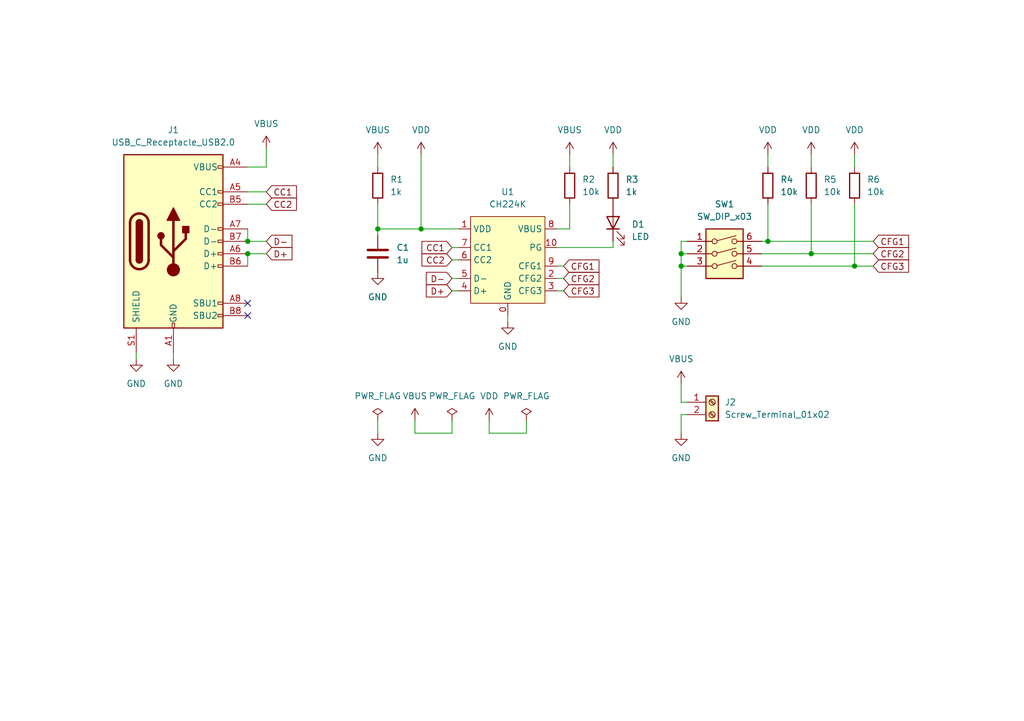
<source format=kicad_sch>
(kicad_sch (version 20211123) (generator eeschema)

  (uuid 04e9bca6-bd6c-45a1-a801-029ccfef9500)

  (paper "A5")

  (lib_symbols
    (symbol "Connector:Screw_Terminal_01x02" (pin_names (offset 1.016) hide) (in_bom yes) (on_board yes)
      (property "Reference" "J" (id 0) (at 0 2.54 0)
        (effects (font (size 1.27 1.27)))
      )
      (property "Value" "Screw_Terminal_01x02" (id 1) (at 0 -5.08 0)
        (effects (font (size 1.27 1.27)))
      )
      (property "Footprint" "" (id 2) (at 0 0 0)
        (effects (font (size 1.27 1.27)) hide)
      )
      (property "Datasheet" "~" (id 3) (at 0 0 0)
        (effects (font (size 1.27 1.27)) hide)
      )
      (property "ki_keywords" "screw terminal" (id 4) (at 0 0 0)
        (effects (font (size 1.27 1.27)) hide)
      )
      (property "ki_description" "Generic screw terminal, single row, 01x02, script generated (kicad-library-utils/schlib/autogen/connector/)" (id 5) (at 0 0 0)
        (effects (font (size 1.27 1.27)) hide)
      )
      (property "ki_fp_filters" "TerminalBlock*:*" (id 6) (at 0 0 0)
        (effects (font (size 1.27 1.27)) hide)
      )
      (symbol "Screw_Terminal_01x02_1_1"
        (rectangle (start -1.27 1.27) (end 1.27 -3.81)
          (stroke (width 0.254) (type default) (color 0 0 0 0))
          (fill (type background))
        )
        (circle (center 0 -2.54) (radius 0.635)
          (stroke (width 0.1524) (type default) (color 0 0 0 0))
          (fill (type none))
        )
        (polyline
          (pts
            (xy -0.5334 -2.2098)
            (xy 0.3302 -3.048)
          )
          (stroke (width 0.1524) (type default) (color 0 0 0 0))
          (fill (type none))
        )
        (polyline
          (pts
            (xy -0.5334 0.3302)
            (xy 0.3302 -0.508)
          )
          (stroke (width 0.1524) (type default) (color 0 0 0 0))
          (fill (type none))
        )
        (polyline
          (pts
            (xy -0.3556 -2.032)
            (xy 0.508 -2.8702)
          )
          (stroke (width 0.1524) (type default) (color 0 0 0 0))
          (fill (type none))
        )
        (polyline
          (pts
            (xy -0.3556 0.508)
            (xy 0.508 -0.3302)
          )
          (stroke (width 0.1524) (type default) (color 0 0 0 0))
          (fill (type none))
        )
        (circle (center 0 0) (radius 0.635)
          (stroke (width 0.1524) (type default) (color 0 0 0 0))
          (fill (type none))
        )
        (pin passive line (at -5.08 0 0) (length 3.81)
          (name "Pin_1" (effects (font (size 1.27 1.27))))
          (number "1" (effects (font (size 1.27 1.27))))
        )
        (pin passive line (at -5.08 -2.54 0) (length 3.81)
          (name "Pin_2" (effects (font (size 1.27 1.27))))
          (number "2" (effects (font (size 1.27 1.27))))
        )
      )
    )
    (symbol "Connector:USB_C_Receptacle_USB2.0" (pin_names (offset 1.016)) (in_bom yes) (on_board yes)
      (property "Reference" "J" (id 0) (at -10.16 19.05 0)
        (effects (font (size 1.27 1.27)) (justify left))
      )
      (property "Value" "USB_C_Receptacle_USB2.0" (id 1) (at 19.05 19.05 0)
        (effects (font (size 1.27 1.27)) (justify right))
      )
      (property "Footprint" "" (id 2) (at 3.81 0 0)
        (effects (font (size 1.27 1.27)) hide)
      )
      (property "Datasheet" "https://www.usb.org/sites/default/files/documents/usb_type-c.zip" (id 3) (at 3.81 0 0)
        (effects (font (size 1.27 1.27)) hide)
      )
      (property "ki_keywords" "usb universal serial bus type-C USB2.0" (id 4) (at 0 0 0)
        (effects (font (size 1.27 1.27)) hide)
      )
      (property "ki_description" "USB 2.0-only Type-C Receptacle connector" (id 5) (at 0 0 0)
        (effects (font (size 1.27 1.27)) hide)
      )
      (property "ki_fp_filters" "USB*C*Receptacle*" (id 6) (at 0 0 0)
        (effects (font (size 1.27 1.27)) hide)
      )
      (symbol "USB_C_Receptacle_USB2.0_0_0"
        (rectangle (start -0.254 -17.78) (end 0.254 -16.764)
          (stroke (width 0) (type default) (color 0 0 0 0))
          (fill (type none))
        )
        (rectangle (start 10.16 -14.986) (end 9.144 -15.494)
          (stroke (width 0) (type default) (color 0 0 0 0))
          (fill (type none))
        )
        (rectangle (start 10.16 -12.446) (end 9.144 -12.954)
          (stroke (width 0) (type default) (color 0 0 0 0))
          (fill (type none))
        )
        (rectangle (start 10.16 -4.826) (end 9.144 -5.334)
          (stroke (width 0) (type default) (color 0 0 0 0))
          (fill (type none))
        )
        (rectangle (start 10.16 -2.286) (end 9.144 -2.794)
          (stroke (width 0) (type default) (color 0 0 0 0))
          (fill (type none))
        )
        (rectangle (start 10.16 0.254) (end 9.144 -0.254)
          (stroke (width 0) (type default) (color 0 0 0 0))
          (fill (type none))
        )
        (rectangle (start 10.16 2.794) (end 9.144 2.286)
          (stroke (width 0) (type default) (color 0 0 0 0))
          (fill (type none))
        )
        (rectangle (start 10.16 7.874) (end 9.144 7.366)
          (stroke (width 0) (type default) (color 0 0 0 0))
          (fill (type none))
        )
        (rectangle (start 10.16 10.414) (end 9.144 9.906)
          (stroke (width 0) (type default) (color 0 0 0 0))
          (fill (type none))
        )
        (rectangle (start 10.16 15.494) (end 9.144 14.986)
          (stroke (width 0) (type default) (color 0 0 0 0))
          (fill (type none))
        )
      )
      (symbol "USB_C_Receptacle_USB2.0_0_1"
        (rectangle (start -10.16 17.78) (end 10.16 -17.78)
          (stroke (width 0.254) (type default) (color 0 0 0 0))
          (fill (type background))
        )
        (arc (start -8.89 -3.81) (mid -6.985 -5.715) (end -5.08 -3.81)
          (stroke (width 0.508) (type default) (color 0 0 0 0))
          (fill (type none))
        )
        (arc (start -7.62 -3.81) (mid -6.985 -4.445) (end -6.35 -3.81)
          (stroke (width 0.254) (type default) (color 0 0 0 0))
          (fill (type none))
        )
        (arc (start -7.62 -3.81) (mid -6.985 -4.445) (end -6.35 -3.81)
          (stroke (width 0.254) (type default) (color 0 0 0 0))
          (fill (type outline))
        )
        (rectangle (start -7.62 -3.81) (end -6.35 3.81)
          (stroke (width 0.254) (type default) (color 0 0 0 0))
          (fill (type outline))
        )
        (arc (start -6.35 3.81) (mid -6.985 4.445) (end -7.62 3.81)
          (stroke (width 0.254) (type default) (color 0 0 0 0))
          (fill (type none))
        )
        (arc (start -6.35 3.81) (mid -6.985 4.445) (end -7.62 3.81)
          (stroke (width 0.254) (type default) (color 0 0 0 0))
          (fill (type outline))
        )
        (arc (start -5.08 3.81) (mid -6.985 5.715) (end -8.89 3.81)
          (stroke (width 0.508) (type default) (color 0 0 0 0))
          (fill (type none))
        )
        (circle (center -2.54 1.143) (radius 0.635)
          (stroke (width 0.254) (type default) (color 0 0 0 0))
          (fill (type outline))
        )
        (circle (center 0 -5.842) (radius 1.27)
          (stroke (width 0) (type default) (color 0 0 0 0))
          (fill (type outline))
        )
        (polyline
          (pts
            (xy -8.89 -3.81)
            (xy -8.89 3.81)
          )
          (stroke (width 0.508) (type default) (color 0 0 0 0))
          (fill (type none))
        )
        (polyline
          (pts
            (xy -5.08 3.81)
            (xy -5.08 -3.81)
          )
          (stroke (width 0.508) (type default) (color 0 0 0 0))
          (fill (type none))
        )
        (polyline
          (pts
            (xy 0 -5.842)
            (xy 0 4.318)
          )
          (stroke (width 0.508) (type default) (color 0 0 0 0))
          (fill (type none))
        )
        (polyline
          (pts
            (xy 0 -3.302)
            (xy -2.54 -0.762)
            (xy -2.54 0.508)
          )
          (stroke (width 0.508) (type default) (color 0 0 0 0))
          (fill (type none))
        )
        (polyline
          (pts
            (xy 0 -2.032)
            (xy 2.54 0.508)
            (xy 2.54 1.778)
          )
          (stroke (width 0.508) (type default) (color 0 0 0 0))
          (fill (type none))
        )
        (polyline
          (pts
            (xy -1.27 4.318)
            (xy 0 6.858)
            (xy 1.27 4.318)
            (xy -1.27 4.318)
          )
          (stroke (width 0.254) (type default) (color 0 0 0 0))
          (fill (type outline))
        )
        (rectangle (start 1.905 1.778) (end 3.175 3.048)
          (stroke (width 0.254) (type default) (color 0 0 0 0))
          (fill (type outline))
        )
      )
      (symbol "USB_C_Receptacle_USB2.0_1_1"
        (pin passive line (at 0 -22.86 90) (length 5.08)
          (name "GND" (effects (font (size 1.27 1.27))))
          (number "A1" (effects (font (size 1.27 1.27))))
        )
        (pin passive line (at 0 -22.86 90) (length 5.08) hide
          (name "GND" (effects (font (size 1.27 1.27))))
          (number "A12" (effects (font (size 1.27 1.27))))
        )
        (pin passive line (at 15.24 15.24 180) (length 5.08)
          (name "VBUS" (effects (font (size 1.27 1.27))))
          (number "A4" (effects (font (size 1.27 1.27))))
        )
        (pin bidirectional line (at 15.24 10.16 180) (length 5.08)
          (name "CC1" (effects (font (size 1.27 1.27))))
          (number "A5" (effects (font (size 1.27 1.27))))
        )
        (pin bidirectional line (at 15.24 -2.54 180) (length 5.08)
          (name "D+" (effects (font (size 1.27 1.27))))
          (number "A6" (effects (font (size 1.27 1.27))))
        )
        (pin bidirectional line (at 15.24 2.54 180) (length 5.08)
          (name "D-" (effects (font (size 1.27 1.27))))
          (number "A7" (effects (font (size 1.27 1.27))))
        )
        (pin bidirectional line (at 15.24 -12.7 180) (length 5.08)
          (name "SBU1" (effects (font (size 1.27 1.27))))
          (number "A8" (effects (font (size 1.27 1.27))))
        )
        (pin passive line (at 15.24 15.24 180) (length 5.08) hide
          (name "VBUS" (effects (font (size 1.27 1.27))))
          (number "A9" (effects (font (size 1.27 1.27))))
        )
        (pin passive line (at 0 -22.86 90) (length 5.08) hide
          (name "GND" (effects (font (size 1.27 1.27))))
          (number "B1" (effects (font (size 1.27 1.27))))
        )
        (pin passive line (at 0 -22.86 90) (length 5.08) hide
          (name "GND" (effects (font (size 1.27 1.27))))
          (number "B12" (effects (font (size 1.27 1.27))))
        )
        (pin passive line (at 15.24 15.24 180) (length 5.08) hide
          (name "VBUS" (effects (font (size 1.27 1.27))))
          (number "B4" (effects (font (size 1.27 1.27))))
        )
        (pin bidirectional line (at 15.24 7.62 180) (length 5.08)
          (name "CC2" (effects (font (size 1.27 1.27))))
          (number "B5" (effects (font (size 1.27 1.27))))
        )
        (pin bidirectional line (at 15.24 -5.08 180) (length 5.08)
          (name "D+" (effects (font (size 1.27 1.27))))
          (number "B6" (effects (font (size 1.27 1.27))))
        )
        (pin bidirectional line (at 15.24 0 180) (length 5.08)
          (name "D-" (effects (font (size 1.27 1.27))))
          (number "B7" (effects (font (size 1.27 1.27))))
        )
        (pin bidirectional line (at 15.24 -15.24 180) (length 5.08)
          (name "SBU2" (effects (font (size 1.27 1.27))))
          (number "B8" (effects (font (size 1.27 1.27))))
        )
        (pin passive line (at 15.24 15.24 180) (length 5.08) hide
          (name "VBUS" (effects (font (size 1.27 1.27))))
          (number "B9" (effects (font (size 1.27 1.27))))
        )
        (pin passive line (at -7.62 -22.86 90) (length 5.08)
          (name "SHIELD" (effects (font (size 1.27 1.27))))
          (number "S1" (effects (font (size 1.27 1.27))))
        )
      )
    )
    (symbol "Device:C" (pin_numbers hide) (pin_names (offset 0.254)) (in_bom yes) (on_board yes)
      (property "Reference" "C" (id 0) (at 0.635 2.54 0)
        (effects (font (size 1.27 1.27)) (justify left))
      )
      (property "Value" "C" (id 1) (at 0.635 -2.54 0)
        (effects (font (size 1.27 1.27)) (justify left))
      )
      (property "Footprint" "" (id 2) (at 0.9652 -3.81 0)
        (effects (font (size 1.27 1.27)) hide)
      )
      (property "Datasheet" "~" (id 3) (at 0 0 0)
        (effects (font (size 1.27 1.27)) hide)
      )
      (property "ki_keywords" "cap capacitor" (id 4) (at 0 0 0)
        (effects (font (size 1.27 1.27)) hide)
      )
      (property "ki_description" "Unpolarized capacitor" (id 5) (at 0 0 0)
        (effects (font (size 1.27 1.27)) hide)
      )
      (property "ki_fp_filters" "C_*" (id 6) (at 0 0 0)
        (effects (font (size 1.27 1.27)) hide)
      )
      (symbol "C_0_1"
        (polyline
          (pts
            (xy -2.032 -0.762)
            (xy 2.032 -0.762)
          )
          (stroke (width 0.508) (type default) (color 0 0 0 0))
          (fill (type none))
        )
        (polyline
          (pts
            (xy -2.032 0.762)
            (xy 2.032 0.762)
          )
          (stroke (width 0.508) (type default) (color 0 0 0 0))
          (fill (type none))
        )
      )
      (symbol "C_1_1"
        (pin passive line (at 0 3.81 270) (length 2.794)
          (name "~" (effects (font (size 1.27 1.27))))
          (number "1" (effects (font (size 1.27 1.27))))
        )
        (pin passive line (at 0 -3.81 90) (length 2.794)
          (name "~" (effects (font (size 1.27 1.27))))
          (number "2" (effects (font (size 1.27 1.27))))
        )
      )
    )
    (symbol "Device:LED" (pin_numbers hide) (pin_names (offset 1.016) hide) (in_bom yes) (on_board yes)
      (property "Reference" "D" (id 0) (at 0 2.54 0)
        (effects (font (size 1.27 1.27)))
      )
      (property "Value" "LED" (id 1) (at 0 -2.54 0)
        (effects (font (size 1.27 1.27)))
      )
      (property "Footprint" "" (id 2) (at 0 0 0)
        (effects (font (size 1.27 1.27)) hide)
      )
      (property "Datasheet" "~" (id 3) (at 0 0 0)
        (effects (font (size 1.27 1.27)) hide)
      )
      (property "ki_keywords" "LED diode" (id 4) (at 0 0 0)
        (effects (font (size 1.27 1.27)) hide)
      )
      (property "ki_description" "Light emitting diode" (id 5) (at 0 0 0)
        (effects (font (size 1.27 1.27)) hide)
      )
      (property "ki_fp_filters" "LED* LED_SMD:* LED_THT:*" (id 6) (at 0 0 0)
        (effects (font (size 1.27 1.27)) hide)
      )
      (symbol "LED_0_1"
        (polyline
          (pts
            (xy -1.27 -1.27)
            (xy -1.27 1.27)
          )
          (stroke (width 0.254) (type default) (color 0 0 0 0))
          (fill (type none))
        )
        (polyline
          (pts
            (xy -1.27 0)
            (xy 1.27 0)
          )
          (stroke (width 0) (type default) (color 0 0 0 0))
          (fill (type none))
        )
        (polyline
          (pts
            (xy 1.27 -1.27)
            (xy 1.27 1.27)
            (xy -1.27 0)
            (xy 1.27 -1.27)
          )
          (stroke (width 0.254) (type default) (color 0 0 0 0))
          (fill (type none))
        )
        (polyline
          (pts
            (xy -3.048 -0.762)
            (xy -4.572 -2.286)
            (xy -3.81 -2.286)
            (xy -4.572 -2.286)
            (xy -4.572 -1.524)
          )
          (stroke (width 0) (type default) (color 0 0 0 0))
          (fill (type none))
        )
        (polyline
          (pts
            (xy -1.778 -0.762)
            (xy -3.302 -2.286)
            (xy -2.54 -2.286)
            (xy -3.302 -2.286)
            (xy -3.302 -1.524)
          )
          (stroke (width 0) (type default) (color 0 0 0 0))
          (fill (type none))
        )
      )
      (symbol "LED_1_1"
        (pin passive line (at -3.81 0 0) (length 2.54)
          (name "K" (effects (font (size 1.27 1.27))))
          (number "1" (effects (font (size 1.27 1.27))))
        )
        (pin passive line (at 3.81 0 180) (length 2.54)
          (name "A" (effects (font (size 1.27 1.27))))
          (number "2" (effects (font (size 1.27 1.27))))
        )
      )
    )
    (symbol "Device:R" (pin_numbers hide) (pin_names (offset 0)) (in_bom yes) (on_board yes)
      (property "Reference" "R" (id 0) (at 2.032 0 90)
        (effects (font (size 1.27 1.27)))
      )
      (property "Value" "R" (id 1) (at 0 0 90)
        (effects (font (size 1.27 1.27)))
      )
      (property "Footprint" "" (id 2) (at -1.778 0 90)
        (effects (font (size 1.27 1.27)) hide)
      )
      (property "Datasheet" "~" (id 3) (at 0 0 0)
        (effects (font (size 1.27 1.27)) hide)
      )
      (property "ki_keywords" "R res resistor" (id 4) (at 0 0 0)
        (effects (font (size 1.27 1.27)) hide)
      )
      (property "ki_description" "Resistor" (id 5) (at 0 0 0)
        (effects (font (size 1.27 1.27)) hide)
      )
      (property "ki_fp_filters" "R_*" (id 6) (at 0 0 0)
        (effects (font (size 1.27 1.27)) hide)
      )
      (symbol "R_0_1"
        (rectangle (start -1.016 -2.54) (end 1.016 2.54)
          (stroke (width 0.254) (type default) (color 0 0 0 0))
          (fill (type none))
        )
      )
      (symbol "R_1_1"
        (pin passive line (at 0 3.81 270) (length 1.27)
          (name "~" (effects (font (size 1.27 1.27))))
          (number "1" (effects (font (size 1.27 1.27))))
        )
        (pin passive line (at 0 -3.81 90) (length 1.27)
          (name "~" (effects (font (size 1.27 1.27))))
          (number "2" (effects (font (size 1.27 1.27))))
        )
      )
    )
    (symbol "Switch:SW_DIP_x03" (pin_names (offset 0) hide) (in_bom yes) (on_board yes)
      (property "Reference" "SW" (id 0) (at 0 8.89 0)
        (effects (font (size 1.27 1.27)))
      )
      (property "Value" "SW_DIP_x03" (id 1) (at 0 -3.81 0)
        (effects (font (size 1.27 1.27)))
      )
      (property "Footprint" "" (id 2) (at 0 0 0)
        (effects (font (size 1.27 1.27)) hide)
      )
      (property "Datasheet" "~" (id 3) (at 0 0 0)
        (effects (font (size 1.27 1.27)) hide)
      )
      (property "ki_keywords" "dip switch" (id 4) (at 0 0 0)
        (effects (font (size 1.27 1.27)) hide)
      )
      (property "ki_description" "3x DIP Switch, Single Pole Single Throw (SPST) switch, small symbol" (id 5) (at 0 0 0)
        (effects (font (size 1.27 1.27)) hide)
      )
      (property "ki_fp_filters" "SW?DIP?x3*" (id 6) (at 0 0 0)
        (effects (font (size 1.27 1.27)) hide)
      )
      (symbol "SW_DIP_x03_0_0"
        (circle (center -2.032 0) (radius 0.508)
          (stroke (width 0) (type default) (color 0 0 0 0))
          (fill (type none))
        )
        (circle (center -2.032 2.54) (radius 0.508)
          (stroke (width 0) (type default) (color 0 0 0 0))
          (fill (type none))
        )
        (circle (center -2.032 5.08) (radius 0.508)
          (stroke (width 0) (type default) (color 0 0 0 0))
          (fill (type none))
        )
        (polyline
          (pts
            (xy -1.524 0.127)
            (xy 2.3622 1.1684)
          )
          (stroke (width 0) (type default) (color 0 0 0 0))
          (fill (type none))
        )
        (polyline
          (pts
            (xy -1.524 2.667)
            (xy 2.3622 3.7084)
          )
          (stroke (width 0) (type default) (color 0 0 0 0))
          (fill (type none))
        )
        (polyline
          (pts
            (xy -1.524 5.207)
            (xy 2.3622 6.2484)
          )
          (stroke (width 0) (type default) (color 0 0 0 0))
          (fill (type none))
        )
        (circle (center 2.032 0) (radius 0.508)
          (stroke (width 0) (type default) (color 0 0 0 0))
          (fill (type none))
        )
        (circle (center 2.032 2.54) (radius 0.508)
          (stroke (width 0) (type default) (color 0 0 0 0))
          (fill (type none))
        )
        (circle (center 2.032 5.08) (radius 0.508)
          (stroke (width 0) (type default) (color 0 0 0 0))
          (fill (type none))
        )
      )
      (symbol "SW_DIP_x03_0_1"
        (rectangle (start -3.81 7.62) (end 3.81 -2.54)
          (stroke (width 0.254) (type default) (color 0 0 0 0))
          (fill (type background))
        )
      )
      (symbol "SW_DIP_x03_1_1"
        (pin passive line (at -7.62 5.08 0) (length 5.08)
          (name "~" (effects (font (size 1.27 1.27))))
          (number "1" (effects (font (size 1.27 1.27))))
        )
        (pin passive line (at -7.62 2.54 0) (length 5.08)
          (name "~" (effects (font (size 1.27 1.27))))
          (number "2" (effects (font (size 1.27 1.27))))
        )
        (pin passive line (at -7.62 0 0) (length 5.08)
          (name "~" (effects (font (size 1.27 1.27))))
          (number "3" (effects (font (size 1.27 1.27))))
        )
        (pin passive line (at 7.62 0 180) (length 5.08)
          (name "~" (effects (font (size 1.27 1.27))))
          (number "4" (effects (font (size 1.27 1.27))))
        )
        (pin passive line (at 7.62 2.54 180) (length 5.08)
          (name "~" (effects (font (size 1.27 1.27))))
          (number "5" (effects (font (size 1.27 1.27))))
        )
        (pin passive line (at 7.62 5.08 180) (length 5.08)
          (name "~" (effects (font (size 1.27 1.27))))
          (number "6" (effects (font (size 1.27 1.27))))
        )
      )
    )
    (symbol "library:CH224K" (in_bom yes) (on_board yes)
      (property "Reference" "U" (id 0) (at 0 13.97 0)
        (effects (font (size 1.27 1.27)))
      )
      (property "Value" "CH224K" (id 1) (at 0 11.43 0)
        (effects (font (size 1.27 1.27)))
      )
      (property "Footprint" "library:ESSOP-10_3.9x4.9mm_P1.00mm" (id 2) (at 0 -21.59 0)
        (effects (font (size 1.27 1.27)) hide)
      )
      (property "Datasheet" "" (id 3) (at 0 1.27 0)
        (effects (font (size 1.27 1.27)) hide)
      )
      (symbol "CH224K_0_1"
        (rectangle (start -7.62 8.89) (end 7.62 -8.89)
          (stroke (width 0) (type default) (color 0 0 0 0))
          (fill (type background))
        )
      )
      (symbol "CH224K_1_1"
        (pin power_in line (at 0 -11.43 90) (length 2.54)
          (name "GND" (effects (font (size 1.27 1.27))))
          (number "0" (effects (font (size 1.27 1.27))))
        )
        (pin power_in line (at -10.16 6.35 0) (length 2.54)
          (name "VDD" (effects (font (size 1.27 1.27))))
          (number "1" (effects (font (size 1.27 1.27))))
        )
        (pin output line (at 10.16 2.54 180) (length 2.54)
          (name "PG" (effects (font (size 1.27 1.27))))
          (number "10" (effects (font (size 1.27 1.27))))
        )
        (pin input line (at 10.16 -3.81 180) (length 2.54)
          (name "CFG2" (effects (font (size 1.27 1.27))))
          (number "2" (effects (font (size 1.27 1.27))))
        )
        (pin input line (at 10.16 -6.35 180) (length 2.54)
          (name "CFG3" (effects (font (size 1.27 1.27))))
          (number "3" (effects (font (size 1.27 1.27))))
        )
        (pin bidirectional line (at -10.16 -6.35 0) (length 2.54)
          (name "D+" (effects (font (size 1.27 1.27))))
          (number "4" (effects (font (size 1.27 1.27))))
        )
        (pin bidirectional line (at -10.16 -3.81 0) (length 2.54)
          (name "D-" (effects (font (size 1.27 1.27))))
          (number "5" (effects (font (size 1.27 1.27))))
        )
        (pin bidirectional line (at -10.16 0 0) (length 2.54)
          (name "CC2" (effects (font (size 1.27 1.27))))
          (number "6" (effects (font (size 1.27 1.27))))
        )
        (pin bidirectional line (at -10.16 2.54 0) (length 2.54)
          (name "CC1" (effects (font (size 1.27 1.27))))
          (number "7" (effects (font (size 1.27 1.27))))
        )
        (pin input line (at 10.16 6.35 180) (length 2.54)
          (name "VBUS" (effects (font (size 1.27 1.27))))
          (number "8" (effects (font (size 1.27 1.27))))
        )
        (pin input line (at 10.16 -1.27 180) (length 2.54)
          (name "CFG1" (effects (font (size 1.27 1.27))))
          (number "9" (effects (font (size 1.27 1.27))))
        )
      )
    )
    (symbol "power:GND" (power) (pin_names (offset 0)) (in_bom yes) (on_board yes)
      (property "Reference" "#PWR" (id 0) (at 0 -6.35 0)
        (effects (font (size 1.27 1.27)) hide)
      )
      (property "Value" "GND" (id 1) (at 0 -3.81 0)
        (effects (font (size 1.27 1.27)))
      )
      (property "Footprint" "" (id 2) (at 0 0 0)
        (effects (font (size 1.27 1.27)) hide)
      )
      (property "Datasheet" "" (id 3) (at 0 0 0)
        (effects (font (size 1.27 1.27)) hide)
      )
      (property "ki_keywords" "power-flag" (id 4) (at 0 0 0)
        (effects (font (size 1.27 1.27)) hide)
      )
      (property "ki_description" "Power symbol creates a global label with name \"GND\" , ground" (id 5) (at 0 0 0)
        (effects (font (size 1.27 1.27)) hide)
      )
      (symbol "GND_0_1"
        (polyline
          (pts
            (xy 0 0)
            (xy 0 -1.27)
            (xy 1.27 -1.27)
            (xy 0 -2.54)
            (xy -1.27 -1.27)
            (xy 0 -1.27)
          )
          (stroke (width 0) (type default) (color 0 0 0 0))
          (fill (type none))
        )
      )
      (symbol "GND_1_1"
        (pin power_in line (at 0 0 270) (length 0) hide
          (name "GND" (effects (font (size 1.27 1.27))))
          (number "1" (effects (font (size 1.27 1.27))))
        )
      )
    )
    (symbol "power:PWR_FLAG" (power) (pin_numbers hide) (pin_names (offset 0) hide) (in_bom yes) (on_board yes)
      (property "Reference" "#FLG" (id 0) (at 0 1.905 0)
        (effects (font (size 1.27 1.27)) hide)
      )
      (property "Value" "PWR_FLAG" (id 1) (at 0 3.81 0)
        (effects (font (size 1.27 1.27)))
      )
      (property "Footprint" "" (id 2) (at 0 0 0)
        (effects (font (size 1.27 1.27)) hide)
      )
      (property "Datasheet" "~" (id 3) (at 0 0 0)
        (effects (font (size 1.27 1.27)) hide)
      )
      (property "ki_keywords" "power-flag" (id 4) (at 0 0 0)
        (effects (font (size 1.27 1.27)) hide)
      )
      (property "ki_description" "Special symbol for telling ERC where power comes from" (id 5) (at 0 0 0)
        (effects (font (size 1.27 1.27)) hide)
      )
      (symbol "PWR_FLAG_0_0"
        (pin power_out line (at 0 0 90) (length 0)
          (name "pwr" (effects (font (size 1.27 1.27))))
          (number "1" (effects (font (size 1.27 1.27))))
        )
      )
      (symbol "PWR_FLAG_0_1"
        (polyline
          (pts
            (xy 0 0)
            (xy 0 1.27)
            (xy -1.016 1.905)
            (xy 0 2.54)
            (xy 1.016 1.905)
            (xy 0 1.27)
          )
          (stroke (width 0) (type default) (color 0 0 0 0))
          (fill (type none))
        )
      )
    )
    (symbol "power:VBUS" (power) (pin_names (offset 0)) (in_bom yes) (on_board yes)
      (property "Reference" "#PWR" (id 0) (at 0 -3.81 0)
        (effects (font (size 1.27 1.27)) hide)
      )
      (property "Value" "VBUS" (id 1) (at 0 3.81 0)
        (effects (font (size 1.27 1.27)))
      )
      (property "Footprint" "" (id 2) (at 0 0 0)
        (effects (font (size 1.27 1.27)) hide)
      )
      (property "Datasheet" "" (id 3) (at 0 0 0)
        (effects (font (size 1.27 1.27)) hide)
      )
      (property "ki_keywords" "power-flag" (id 4) (at 0 0 0)
        (effects (font (size 1.27 1.27)) hide)
      )
      (property "ki_description" "Power symbol creates a global label with name \"VBUS\"" (id 5) (at 0 0 0)
        (effects (font (size 1.27 1.27)) hide)
      )
      (symbol "VBUS_0_1"
        (polyline
          (pts
            (xy -0.762 1.27)
            (xy 0 2.54)
          )
          (stroke (width 0) (type default) (color 0 0 0 0))
          (fill (type none))
        )
        (polyline
          (pts
            (xy 0 0)
            (xy 0 2.54)
          )
          (stroke (width 0) (type default) (color 0 0 0 0))
          (fill (type none))
        )
        (polyline
          (pts
            (xy 0 2.54)
            (xy 0.762 1.27)
          )
          (stroke (width 0) (type default) (color 0 0 0 0))
          (fill (type none))
        )
      )
      (symbol "VBUS_1_1"
        (pin power_in line (at 0 0 90) (length 0) hide
          (name "VBUS" (effects (font (size 1.27 1.27))))
          (number "1" (effects (font (size 1.27 1.27))))
        )
      )
    )
    (symbol "power:VDD" (power) (pin_names (offset 0)) (in_bom yes) (on_board yes)
      (property "Reference" "#PWR" (id 0) (at 0 -3.81 0)
        (effects (font (size 1.27 1.27)) hide)
      )
      (property "Value" "VDD" (id 1) (at 0 3.81 0)
        (effects (font (size 1.27 1.27)))
      )
      (property "Footprint" "" (id 2) (at 0 0 0)
        (effects (font (size 1.27 1.27)) hide)
      )
      (property "Datasheet" "" (id 3) (at 0 0 0)
        (effects (font (size 1.27 1.27)) hide)
      )
      (property "ki_keywords" "power-flag" (id 4) (at 0 0 0)
        (effects (font (size 1.27 1.27)) hide)
      )
      (property "ki_description" "Power symbol creates a global label with name \"VDD\"" (id 5) (at 0 0 0)
        (effects (font (size 1.27 1.27)) hide)
      )
      (symbol "VDD_0_1"
        (polyline
          (pts
            (xy -0.762 1.27)
            (xy 0 2.54)
          )
          (stroke (width 0) (type default) (color 0 0 0 0))
          (fill (type none))
        )
        (polyline
          (pts
            (xy 0 0)
            (xy 0 2.54)
          )
          (stroke (width 0) (type default) (color 0 0 0 0))
          (fill (type none))
        )
        (polyline
          (pts
            (xy 0 2.54)
            (xy 0.762 1.27)
          )
          (stroke (width 0) (type default) (color 0 0 0 0))
          (fill (type none))
        )
      )
      (symbol "VDD_1_1"
        (pin power_in line (at 0 0 90) (length 0) hide
          (name "VDD" (effects (font (size 1.27 1.27))))
          (number "1" (effects (font (size 1.27 1.27))))
        )
      )
    )
  )

  (junction (at 157.48 49.53) (diameter 0) (color 0 0 0 0)
    (uuid 1396f1ba-4825-4bfd-9f44-9fe09d5a2cad)
  )
  (junction (at 166.37 52.07) (diameter 0) (color 0 0 0 0)
    (uuid 3425d922-67f4-424f-b27f-885f176bc63e)
  )
  (junction (at 139.7 52.07) (diameter 0) (color 0 0 0 0)
    (uuid 3f1f72bf-9aab-4450-bd98-343e2345ee80)
  )
  (junction (at 139.7 54.61) (diameter 0) (color 0 0 0 0)
    (uuid 4f360a5d-951f-4776-97c6-bb803d19b348)
  )
  (junction (at 77.47 46.99) (diameter 0) (color 0 0 0 0)
    (uuid 701a950c-2271-4534-abc7-cc03840b4d4b)
  )
  (junction (at 50.8 52.07) (diameter 0) (color 0 0 0 0)
    (uuid ae92902d-5a8d-4c4d-b892-e788843eceb0)
  )
  (junction (at 86.36 46.99) (diameter 0) (color 0 0 0 0)
    (uuid bfa57675-f233-4fd6-95ff-52b50e004b8e)
  )
  (junction (at 175.26 54.61) (diameter 0) (color 0 0 0 0)
    (uuid ee2e9af1-433c-42ab-b707-bc266fdeac3e)
  )
  (junction (at 50.8 49.53) (diameter 0) (color 0 0 0 0)
    (uuid f1449c11-8389-4536-8987-24ac142d51ce)
  )

  (no_connect (at 50.8 64.77) (uuid 496876ad-9dce-4b2d-b0b7-3ccba4ad2007))
  (no_connect (at 50.8 62.23) (uuid c0123dc4-30ae-42af-9627-d1c826973bd7))

  (wire (pts (xy 139.7 54.61) (xy 139.7 52.07))
    (stroke (width 0) (type default) (color 0 0 0 0))
    (uuid 0c3bdcc0-208d-4b9c-bd59-67bccac044bc)
  )
  (wire (pts (xy 125.73 31.75) (xy 125.73 34.29))
    (stroke (width 0) (type default) (color 0 0 0 0))
    (uuid 0e53ab48-59be-401f-bc33-dc949c8e498d)
  )
  (wire (pts (xy 50.8 52.07) (xy 54.61 52.07))
    (stroke (width 0) (type default) (color 0 0 0 0))
    (uuid 1a7edec4-3039-42b7-bbef-4cfb997b20a2)
  )
  (wire (pts (xy 116.84 46.99) (xy 114.3 46.99))
    (stroke (width 0) (type default) (color 0 0 0 0))
    (uuid 232565a8-fff9-4e69-8d06-a296b8b5a111)
  )
  (wire (pts (xy 139.7 54.61) (xy 139.7 60.96))
    (stroke (width 0) (type default) (color 0 0 0 0))
    (uuid 2b079b61-cbbe-45e4-a5ae-465befeb8809)
  )
  (wire (pts (xy 157.48 31.75) (xy 157.48 34.29))
    (stroke (width 0) (type default) (color 0 0 0 0))
    (uuid 2dad4b3d-ae50-4169-97c3-fb6f3665dda0)
  )
  (wire (pts (xy 140.97 54.61) (xy 139.7 54.61))
    (stroke (width 0) (type default) (color 0 0 0 0))
    (uuid 2ed123ab-d904-417e-bb25-e65227de7d1c)
  )
  (wire (pts (xy 116.84 31.75) (xy 116.84 34.29))
    (stroke (width 0) (type default) (color 0 0 0 0))
    (uuid 2f780333-916c-41c3-b711-2447055aa54a)
  )
  (wire (pts (xy 100.33 86.36) (xy 100.33 88.9))
    (stroke (width 0) (type default) (color 0 0 0 0))
    (uuid 39f4fd34-9814-40d9-8df1-9778bd5b2f59)
  )
  (wire (pts (xy 139.7 52.07) (xy 140.97 52.07))
    (stroke (width 0) (type default) (color 0 0 0 0))
    (uuid 3f36e5ed-fa17-4fac-9d15-c19fd9c07bfa)
  )
  (wire (pts (xy 77.47 86.36) (xy 77.47 88.9))
    (stroke (width 0) (type default) (color 0 0 0 0))
    (uuid 40881089-e453-482a-9671-cb655c514344)
  )
  (wire (pts (xy 175.26 54.61) (xy 179.07 54.61))
    (stroke (width 0) (type default) (color 0 0 0 0))
    (uuid 4746c48f-4175-4086-8dbd-af3c545c6bb3)
  )
  (wire (pts (xy 116.84 41.91) (xy 116.84 46.99))
    (stroke (width 0) (type default) (color 0 0 0 0))
    (uuid 49093509-e3b5-4fbc-9e74-24e76ef74703)
  )
  (wire (pts (xy 139.7 78.74) (xy 139.7 82.55))
    (stroke (width 0) (type default) (color 0 0 0 0))
    (uuid 49a6833f-6f36-4c12-a464-f30df2a59279)
  )
  (wire (pts (xy 50.8 49.53) (xy 54.61 49.53))
    (stroke (width 0) (type default) (color 0 0 0 0))
    (uuid 4d4c4102-0706-47cb-971a-31b1c53e224a)
  )
  (wire (pts (xy 114.3 50.8) (xy 125.73 50.8))
    (stroke (width 0) (type default) (color 0 0 0 0))
    (uuid 4e774f08-bd6b-4807-9477-99b17c925074)
  )
  (wire (pts (xy 77.47 46.99) (xy 77.47 48.26))
    (stroke (width 0) (type default) (color 0 0 0 0))
    (uuid 510aba9d-a1a2-4eef-a250-f3720139f03b)
  )
  (wire (pts (xy 92.71 53.34) (xy 93.98 53.34))
    (stroke (width 0) (type default) (color 0 0 0 0))
    (uuid 53b77f6b-f261-4cd4-8da8-be97b9153de6)
  )
  (wire (pts (xy 139.7 85.09) (xy 139.7 88.9))
    (stroke (width 0) (type default) (color 0 0 0 0))
    (uuid 547fa156-24f3-4b7d-b3ec-8d583be1658d)
  )
  (wire (pts (xy 92.71 86.36) (xy 92.71 88.9))
    (stroke (width 0) (type default) (color 0 0 0 0))
    (uuid 5794fd0e-458c-4eca-8cac-d3a24af5dd8d)
  )
  (wire (pts (xy 92.71 59.69) (xy 93.98 59.69))
    (stroke (width 0) (type default) (color 0 0 0 0))
    (uuid 5873d2f1-ce10-4ee6-9f67-5ced02302bb2)
  )
  (wire (pts (xy 107.95 88.9) (xy 100.33 88.9))
    (stroke (width 0) (type default) (color 0 0 0 0))
    (uuid 59e39170-0648-420f-a796-46a44e139aac)
  )
  (wire (pts (xy 156.21 49.53) (xy 157.48 49.53))
    (stroke (width 0) (type default) (color 0 0 0 0))
    (uuid 604c8d9a-a440-48c7-a981-f0f9a73c10c7)
  )
  (wire (pts (xy 92.71 50.8) (xy 93.98 50.8))
    (stroke (width 0) (type default) (color 0 0 0 0))
    (uuid 644232a2-5e11-445a-958b-f8fa29f8ceb3)
  )
  (wire (pts (xy 139.7 85.09) (xy 140.97 85.09))
    (stroke (width 0) (type default) (color 0 0 0 0))
    (uuid 64fbe380-3350-4591-85aa-281c581c1194)
  )
  (wire (pts (xy 93.98 46.99) (xy 86.36 46.99))
    (stroke (width 0) (type default) (color 0 0 0 0))
    (uuid 682185bc-cb10-453a-a2c0-9f6d68d84d9f)
  )
  (wire (pts (xy 50.8 39.37) (xy 54.61 39.37))
    (stroke (width 0) (type default) (color 0 0 0 0))
    (uuid 6baa8473-1d55-499a-af63-155ef5aded55)
  )
  (wire (pts (xy 139.7 82.55) (xy 140.97 82.55))
    (stroke (width 0) (type default) (color 0 0 0 0))
    (uuid 6c786e6e-ef9b-415f-994a-24fdfa8fb5d9)
  )
  (wire (pts (xy 166.37 31.75) (xy 166.37 34.29))
    (stroke (width 0) (type default) (color 0 0 0 0))
    (uuid 6e972fa0-1dd0-486b-ba8f-403ddb518db9)
  )
  (wire (pts (xy 107.95 86.36) (xy 107.95 88.9))
    (stroke (width 0) (type default) (color 0 0 0 0))
    (uuid 76016cd9-833a-4335-9fe4-366af26df10e)
  )
  (wire (pts (xy 27.94 72.39) (xy 27.94 73.66))
    (stroke (width 0) (type default) (color 0 0 0 0))
    (uuid 7b08e535-4f44-487d-875d-937f7f90b9ee)
  )
  (wire (pts (xy 114.3 59.69) (xy 115.57 59.69))
    (stroke (width 0) (type default) (color 0 0 0 0))
    (uuid 7c289bab-777a-4987-a3b5-e89d9c216a60)
  )
  (wire (pts (xy 92.71 57.15) (xy 93.98 57.15))
    (stroke (width 0) (type default) (color 0 0 0 0))
    (uuid 8203db16-05ee-4496-b47a-4cd024f8615e)
  )
  (wire (pts (xy 50.8 34.29) (xy 54.61 34.29))
    (stroke (width 0) (type default) (color 0 0 0 0))
    (uuid 8260c5cf-ce4d-4af2-ba47-bbb40db964be)
  )
  (wire (pts (xy 156.21 52.07) (xy 166.37 52.07))
    (stroke (width 0) (type default) (color 0 0 0 0))
    (uuid 89825d1d-9168-4487-8785-662c9a5e6f5e)
  )
  (wire (pts (xy 77.47 41.91) (xy 77.47 46.99))
    (stroke (width 0) (type default) (color 0 0 0 0))
    (uuid 8ab4e4e6-98dc-4fae-926f-d36d3d79d9e6)
  )
  (wire (pts (xy 114.3 54.61) (xy 115.57 54.61))
    (stroke (width 0) (type default) (color 0 0 0 0))
    (uuid 8f2c2237-ec3e-4ff8-b89b-5393e1457af3)
  )
  (wire (pts (xy 50.8 41.91) (xy 54.61 41.91))
    (stroke (width 0) (type default) (color 0 0 0 0))
    (uuid 96259a99-06b5-44e9-800f-259e2aed2099)
  )
  (wire (pts (xy 157.48 49.53) (xy 157.48 41.91))
    (stroke (width 0) (type default) (color 0 0 0 0))
    (uuid a2183cf9-aa86-42b9-adda-250510d19936)
  )
  (wire (pts (xy 175.26 31.75) (xy 175.26 34.29))
    (stroke (width 0) (type default) (color 0 0 0 0))
    (uuid a7d6edfc-7a9b-4cc4-9a3b-f80fabb7464d)
  )
  (wire (pts (xy 166.37 52.07) (xy 166.37 41.91))
    (stroke (width 0) (type default) (color 0 0 0 0))
    (uuid a7dfa3ed-df07-4988-a0a8-c749f37ce14f)
  )
  (wire (pts (xy 114.3 57.15) (xy 115.57 57.15))
    (stroke (width 0) (type default) (color 0 0 0 0))
    (uuid ab1bfdb8-1f2c-49cc-aa54-a0626d5689a2)
  )
  (wire (pts (xy 125.73 49.53) (xy 125.73 50.8))
    (stroke (width 0) (type default) (color 0 0 0 0))
    (uuid ab4d15c4-5969-400c-911c-239ee196081d)
  )
  (wire (pts (xy 85.09 86.36) (xy 85.09 88.9))
    (stroke (width 0) (type default) (color 0 0 0 0))
    (uuid b4140a00-9cc4-4b15-a2ef-cb04bfe7c897)
  )
  (wire (pts (xy 35.56 72.39) (xy 35.56 73.66))
    (stroke (width 0) (type default) (color 0 0 0 0))
    (uuid b6978e68-eca2-44da-8a83-35bc1d268c89)
  )
  (wire (pts (xy 156.21 54.61) (xy 175.26 54.61))
    (stroke (width 0) (type default) (color 0 0 0 0))
    (uuid b7d1e521-39ab-4ab9-ab42-50fbc50d5d90)
  )
  (wire (pts (xy 157.48 49.53) (xy 179.07 49.53))
    (stroke (width 0) (type default) (color 0 0 0 0))
    (uuid bcb82768-5966-42c0-a8a2-495ac041bd4e)
  )
  (wire (pts (xy 54.61 30.48) (xy 54.61 34.29))
    (stroke (width 0) (type default) (color 0 0 0 0))
    (uuid bf445a11-d4be-4853-b140-f0fcc4b0699b)
  )
  (wire (pts (xy 166.37 52.07) (xy 179.07 52.07))
    (stroke (width 0) (type default) (color 0 0 0 0))
    (uuid c163734f-2958-4d43-bfbb-ad72ebb9ae01)
  )
  (wire (pts (xy 50.8 49.53) (xy 50.8 46.99))
    (stroke (width 0) (type default) (color 0 0 0 0))
    (uuid c9b512ec-99af-4d7e-9d88-a127bb266b62)
  )
  (wire (pts (xy 104.14 64.77) (xy 104.14 66.04))
    (stroke (width 0) (type default) (color 0 0 0 0))
    (uuid d572c602-82a5-4816-ad96-2af5fb542054)
  )
  (wire (pts (xy 77.47 31.75) (xy 77.47 34.29))
    (stroke (width 0) (type default) (color 0 0 0 0))
    (uuid dd303043-7cd1-4728-a95b-a06eb3163665)
  )
  (wire (pts (xy 77.47 46.99) (xy 86.36 46.99))
    (stroke (width 0) (type default) (color 0 0 0 0))
    (uuid deac7f1b-da0e-4d34-87c8-07626ed64a34)
  )
  (wire (pts (xy 175.26 54.61) (xy 175.26 41.91))
    (stroke (width 0) (type default) (color 0 0 0 0))
    (uuid e08a52e1-5e6a-435d-bc6d-14ee1ea4ec3e)
  )
  (wire (pts (xy 50.8 52.07) (xy 50.8 54.61))
    (stroke (width 0) (type default) (color 0 0 0 0))
    (uuid e1375622-2be4-4bed-9402-624e5e79fd96)
  )
  (wire (pts (xy 140.97 49.53) (xy 139.7 49.53))
    (stroke (width 0) (type default) (color 0 0 0 0))
    (uuid e27c3074-379f-4d69-9744-f5799e05b212)
  )
  (wire (pts (xy 86.36 31.75) (xy 86.36 46.99))
    (stroke (width 0) (type default) (color 0 0 0 0))
    (uuid ec5186b1-591d-421b-9659-d70d987396e7)
  )
  (wire (pts (xy 92.71 88.9) (xy 85.09 88.9))
    (stroke (width 0) (type default) (color 0 0 0 0))
    (uuid f7c3158c-6a11-474a-b716-a8c6578c2f83)
  )
  (wire (pts (xy 139.7 49.53) (xy 139.7 52.07))
    (stroke (width 0) (type default) (color 0 0 0 0))
    (uuid ff31e1ce-6fd7-431c-80a6-66ec9d0d4829)
  )

  (global_label "CFG1" (shape input) (at 179.07 49.53 0) (fields_autoplaced)
    (effects (font (size 1.27 1.27)) (justify left))
    (uuid 0333458d-b067-40ac-96b0-840d627933cb)
    (property "Intersheet References" "${INTERSHEET_REFS}" (id 0) (at 186.3212 49.4506 0)
      (effects (font (size 1.27 1.27)) (justify left) hide)
    )
  )
  (global_label "D-" (shape input) (at 54.61 49.53 0) (fields_autoplaced)
    (effects (font (size 1.27 1.27)) (justify left))
    (uuid 26f5eeb8-aaf9-4770-9207-bc0d7db46d09)
    (property "Intersheet References" "${INTERSHEET_REFS}" (id 0) (at 59.8655 49.4506 0)
      (effects (font (size 1.27 1.27)) (justify left) hide)
    )
  )
  (global_label "CFG2" (shape input) (at 115.57 57.15 0) (fields_autoplaced)
    (effects (font (size 1.27 1.27)) (justify left))
    (uuid 538124c5-97ae-4121-83bb-8a5969ff8055)
    (property "Intersheet References" "${INTERSHEET_REFS}" (id 0) (at 122.8212 57.0706 0)
      (effects (font (size 1.27 1.27)) (justify left) hide)
    )
  )
  (global_label "CC2" (shape input) (at 92.71 53.34 180) (fields_autoplaced)
    (effects (font (size 1.27 1.27)) (justify right))
    (uuid 56ac4ce0-7c2f-4481-9a94-3572fdde3586)
    (property "Intersheet References" "${INTERSHEET_REFS}" (id 0) (at 86.5474 53.2606 0)
      (effects (font (size 1.27 1.27)) (justify right) hide)
    )
  )
  (global_label "CFG3" (shape input) (at 115.57 59.69 0) (fields_autoplaced)
    (effects (font (size 1.27 1.27)) (justify left))
    (uuid 5e157071-53bd-4f47-ad3b-717471fd6d0f)
    (property "Intersheet References" "${INTERSHEET_REFS}" (id 0) (at 122.8212 59.6106 0)
      (effects (font (size 1.27 1.27)) (justify left) hide)
    )
  )
  (global_label "CFG1" (shape input) (at 115.57 54.61 0) (fields_autoplaced)
    (effects (font (size 1.27 1.27)) (justify left))
    (uuid 846f73ab-4307-425c-85b4-843516ca1e98)
    (property "Intersheet References" "${INTERSHEET_REFS}" (id 0) (at 122.8212 54.5306 0)
      (effects (font (size 1.27 1.27)) (justify left) hide)
    )
  )
  (global_label "CC2" (shape input) (at 54.61 41.91 0) (fields_autoplaced)
    (effects (font (size 1.27 1.27)) (justify left))
    (uuid 8ef50e67-770c-4a39-ba37-207f6bf94d90)
    (property "Intersheet References" "${INTERSHEET_REFS}" (id 0) (at 60.7726 41.8306 0)
      (effects (font (size 1.27 1.27)) (justify left) hide)
    )
  )
  (global_label "D+" (shape input) (at 54.61 52.07 0) (fields_autoplaced)
    (effects (font (size 1.27 1.27)) (justify left))
    (uuid b692ec65-4c03-488d-b510-cef7eb247e4f)
    (property "Intersheet References" "${INTERSHEET_REFS}" (id 0) (at 59.8655 51.9906 0)
      (effects (font (size 1.27 1.27)) (justify left) hide)
    )
  )
  (global_label "D-" (shape input) (at 92.71 57.15 180) (fields_autoplaced)
    (effects (font (size 1.27 1.27)) (justify right))
    (uuid b83be6d3-4c5d-44e3-95a8-ec10f8a60ff8)
    (property "Intersheet References" "${INTERSHEET_REFS}" (id 0) (at 87.4545 57.0706 0)
      (effects (font (size 1.27 1.27)) (justify right) hide)
    )
  )
  (global_label "CFG2" (shape input) (at 179.07 52.07 0) (fields_autoplaced)
    (effects (font (size 1.27 1.27)) (justify left))
    (uuid be0a83ce-9ff3-4919-a671-77869a5f9852)
    (property "Intersheet References" "${INTERSHEET_REFS}" (id 0) (at 186.3212 51.9906 0)
      (effects (font (size 1.27 1.27)) (justify left) hide)
    )
  )
  (global_label "CFG3" (shape input) (at 179.07 54.61 0) (fields_autoplaced)
    (effects (font (size 1.27 1.27)) (justify left))
    (uuid bfb23fd7-7f24-4443-9f55-394a791a443e)
    (property "Intersheet References" "${INTERSHEET_REFS}" (id 0) (at 186.3212 54.5306 0)
      (effects (font (size 1.27 1.27)) (justify left) hide)
    )
  )
  (global_label "CC1" (shape input) (at 54.61 39.37 0) (fields_autoplaced)
    (effects (font (size 1.27 1.27)) (justify left))
    (uuid c26d9d04-01c0-4783-8232-6b49624b3805)
    (property "Intersheet References" "${INTERSHEET_REFS}" (id 0) (at 60.7726 39.2906 0)
      (effects (font (size 1.27 1.27)) (justify left) hide)
    )
  )
  (global_label "CC1" (shape input) (at 92.71 50.8 180) (fields_autoplaced)
    (effects (font (size 1.27 1.27)) (justify right))
    (uuid ccbefe07-bcd7-456d-b4b1-5ab4cee04848)
    (property "Intersheet References" "${INTERSHEET_REFS}" (id 0) (at 86.5474 50.7206 0)
      (effects (font (size 1.27 1.27)) (justify right) hide)
    )
  )
  (global_label "D+" (shape input) (at 92.71 59.69 180) (fields_autoplaced)
    (effects (font (size 1.27 1.27)) (justify right))
    (uuid e94b337c-95d8-4ac6-b03c-c2537d7efe1b)
    (property "Intersheet References" "${INTERSHEET_REFS}" (id 0) (at 87.4545 59.6106 0)
      (effects (font (size 1.27 1.27)) (justify right) hide)
    )
  )

  (symbol (lib_id "Connector:USB_C_Receptacle_USB2.0") (at 35.56 49.53 0) (unit 1)
    (in_bom yes) (on_board yes) (fields_autoplaced)
    (uuid 07a9dd95-8455-46cf-9ee5-d28cfce3e000)
    (property "Reference" "J1" (id 0) (at 35.56 26.67 0))
    (property "Value" "USB_C_Receptacle_USB2.0" (id 1) (at 35.56 29.21 0))
    (property "Footprint" "Connector_USB:USB_C_Receptacle_XKB_U262-16XN-4BVC11" (id 2) (at 39.37 49.53 0)
      (effects (font (size 1.27 1.27)) hide)
    )
    (property "Datasheet" "https://www.usb.org/sites/default/files/documents/usb_type-c.zip" (id 3) (at 39.37 49.53 0)
      (effects (font (size 1.27 1.27)) hide)
    )
    (pin "A1" (uuid 736c3a3f-c465-4a49-9aab-0de3098bb3e3))
    (pin "A12" (uuid 9f4e695a-14c2-45ad-924d-9b58ca4b1c09))
    (pin "A4" (uuid 57d4ba56-d0e3-450c-991d-a195de71c1db))
    (pin "A5" (uuid 17cb3847-4eff-4525-9172-63dfdaeb8d41))
    (pin "A6" (uuid 34b5f0e2-6784-4f98-adf0-6448f7d406e7))
    (pin "A7" (uuid 8ece6e5f-9eb7-4d0b-a269-b2944730e401))
    (pin "A8" (uuid 878d755a-f0ce-44a9-bf15-9f843fd42a2d))
    (pin "A9" (uuid 961a6532-ab02-45d5-aee5-d098ec1b7295))
    (pin "B1" (uuid 741ae7ef-3cef-43aa-a7f1-6736b4e735d4))
    (pin "B12" (uuid 35a3ac25-6dab-4b5b-962c-80a52bab4efe))
    (pin "B4" (uuid 4705b1b1-83d4-48ac-9aef-8175463cba16))
    (pin "B5" (uuid 25bc4d75-95ad-471a-b24f-00d5ad5f92d2))
    (pin "B6" (uuid 4c4b54da-dd4b-4691-8d3b-fbe07d74761e))
    (pin "B7" (uuid ac29d69b-fee9-4da5-8901-e8b56d5674d9))
    (pin "B8" (uuid 4898c2f1-1ec3-4ad6-8536-8f6f176290f2))
    (pin "B9" (uuid 4800c139-4859-4af1-8fa3-54e0d14745ed))
    (pin "S1" (uuid f58bcf58-c24b-4c4c-bb15-2e9c4b9cf0da))
  )

  (symbol (lib_id "power:GND") (at 35.56 73.66 0) (unit 1)
    (in_bom yes) (on_board yes) (fields_autoplaced)
    (uuid 0af6a8ef-1e44-45fd-9324-e8c4407b7a35)
    (property "Reference" "#PWR02" (id 0) (at 35.56 80.01 0)
      (effects (font (size 1.27 1.27)) hide)
    )
    (property "Value" "GND" (id 1) (at 35.56 78.74 0))
    (property "Footprint" "" (id 2) (at 35.56 73.66 0)
      (effects (font (size 1.27 1.27)) hide)
    )
    (property "Datasheet" "" (id 3) (at 35.56 73.66 0)
      (effects (font (size 1.27 1.27)) hide)
    )
    (pin "1" (uuid 6989ab9a-db1e-4ea6-b5ef-cf50bdee19a9))
  )

  (symbol (lib_id "power:GND") (at 77.47 88.9 0) (unit 1)
    (in_bom yes) (on_board yes) (fields_autoplaced)
    (uuid 282ea36a-eeef-4b84-b847-fb423bf41566)
    (property "Reference" "#PWR0102" (id 0) (at 77.47 95.25 0)
      (effects (font (size 1.27 1.27)) hide)
    )
    (property "Value" "GND" (id 1) (at 77.47 93.98 0))
    (property "Footprint" "" (id 2) (at 77.47 88.9 0)
      (effects (font (size 1.27 1.27)) hide)
    )
    (property "Datasheet" "" (id 3) (at 77.47 88.9 0)
      (effects (font (size 1.27 1.27)) hide)
    )
    (pin "1" (uuid c5e6f9af-af14-42e1-95c9-80a553485041))
  )

  (symbol (lib_id "Device:R") (at 157.48 38.1 0) (unit 1)
    (in_bom yes) (on_board yes) (fields_autoplaced)
    (uuid 2ad6b2e4-c8bc-475d-9225-8cd2efd13faf)
    (property "Reference" "R4" (id 0) (at 160.02 36.8299 0)
      (effects (font (size 1.27 1.27)) (justify left))
    )
    (property "Value" "10k" (id 1) (at 160.02 39.3699 0)
      (effects (font (size 1.27 1.27)) (justify left))
    )
    (property "Footprint" "Resistor_SMD:R_0603_1608Metric" (id 2) (at 155.702 38.1 90)
      (effects (font (size 1.27 1.27)) hide)
    )
    (property "Datasheet" "~" (id 3) (at 157.48 38.1 0)
      (effects (font (size 1.27 1.27)) hide)
    )
    (pin "1" (uuid ff1ff75c-4ece-48c8-91d3-62297cb84ea5))
    (pin "2" (uuid cdfc8383-ac79-4c90-90d7-f4124b586fa5))
  )

  (symbol (lib_id "power:VDD") (at 166.37 31.75 0) (unit 1)
    (in_bom yes) (on_board yes) (fields_autoplaced)
    (uuid 2b496f2a-8de0-409b-a87c-e3ad6e47d7b6)
    (property "Reference" "#PWR012" (id 0) (at 166.37 35.56 0)
      (effects (font (size 1.27 1.27)) hide)
    )
    (property "Value" "VDD" (id 1) (at 166.37 26.67 0))
    (property "Footprint" "" (id 2) (at 166.37 31.75 0)
      (effects (font (size 1.27 1.27)) hide)
    )
    (property "Datasheet" "" (id 3) (at 166.37 31.75 0)
      (effects (font (size 1.27 1.27)) hide)
    )
    (pin "1" (uuid 43727ff3-be3d-42fd-a053-3f33f23fc20c))
  )

  (symbol (lib_id "power:PWR_FLAG") (at 107.95 86.36 0) (unit 1)
    (in_bom yes) (on_board yes) (fields_autoplaced)
    (uuid 355c2899-b7aa-452e-a867-23e8198f6496)
    (property "Reference" "#FLG0101" (id 0) (at 107.95 84.455 0)
      (effects (font (size 1.27 1.27)) hide)
    )
    (property "Value" "PWR_FLAG" (id 1) (at 107.95 81.28 0))
    (property "Footprint" "" (id 2) (at 107.95 86.36 0)
      (effects (font (size 1.27 1.27)) hide)
    )
    (property "Datasheet" "~" (id 3) (at 107.95 86.36 0)
      (effects (font (size 1.27 1.27)) hide)
    )
    (pin "1" (uuid 3747b0f3-3d8a-4ac4-8429-908bd4db1f81))
  )

  (symbol (lib_id "library:CH224K") (at 104.14 53.34 0) (unit 1)
    (in_bom yes) (on_board yes) (fields_autoplaced)
    (uuid 3dc68adc-cbec-4f87-8116-dacde71879c7)
    (property "Reference" "U1" (id 0) (at 104.14 39.37 0))
    (property "Value" "CH224K" (id 1) (at 104.14 41.91 0))
    (property "Footprint" "My_Library:ESSOP-10_3.9x4.9mm_P1.00mm" (id 2) (at 104.14 74.93 0)
      (effects (font (size 1.27 1.27)) hide)
    )
    (property "Datasheet" "" (id 3) (at 104.14 52.07 0)
      (effects (font (size 1.27 1.27)) hide)
    )
    (pin "0" (uuid 8c311a86-3560-4019-8842-ed0743051c75))
    (pin "1" (uuid c79904c8-f2dc-4ab4-aa6a-91c1ef674a4c))
    (pin "10" (uuid db7be33f-e96d-4643-bb3e-5cf978b66a76))
    (pin "2" (uuid cbb8e784-9aa0-4c21-9a10-5975f812cb3a))
    (pin "3" (uuid a8631f7c-e3c8-4c31-89ab-5fd7bb441144))
    (pin "4" (uuid b86e9a55-0f3b-4248-91c6-e016fa845629))
    (pin "5" (uuid dbceaf46-8a1d-4377-9a46-2f84fb88d5c4))
    (pin "6" (uuid cd1055f0-e526-4d9e-be3d-1fbb468a1683))
    (pin "7" (uuid 03fb403e-ff0e-481e-a8ed-3f5fac6a7e73))
    (pin "8" (uuid f059f1ac-8ba1-4c83-a9b4-dd5725941de9))
    (pin "9" (uuid 6d217b0c-e4e2-40c5-b71d-45af65f516b4))
  )

  (symbol (lib_id "Device:C") (at 77.47 52.07 0) (unit 1)
    (in_bom yes) (on_board yes) (fields_autoplaced)
    (uuid 42175e13-982c-442c-bf19-637df1b8d8a9)
    (property "Reference" "C1" (id 0) (at 81.28 50.7999 0)
      (effects (font (size 1.27 1.27)) (justify left))
    )
    (property "Value" "1u" (id 1) (at 81.28 53.3399 0)
      (effects (font (size 1.27 1.27)) (justify left))
    )
    (property "Footprint" "Capacitor_SMD:C_0603_1608Metric" (id 2) (at 78.4352 55.88 0)
      (effects (font (size 1.27 1.27)) hide)
    )
    (property "Datasheet" "~" (id 3) (at 77.47 52.07 0)
      (effects (font (size 1.27 1.27)) hide)
    )
    (pin "1" (uuid ad179f02-e703-41fc-8de4-bedd5d2f60b7))
    (pin "2" (uuid 495770aa-af72-4716-a0ba-038ae98d3cd6))
  )

  (symbol (lib_id "power:GND") (at 27.94 73.66 0) (unit 1)
    (in_bom yes) (on_board yes) (fields_autoplaced)
    (uuid 4474b64e-01ac-40be-8189-f8941745e48b)
    (property "Reference" "#PWR01" (id 0) (at 27.94 80.01 0)
      (effects (font (size 1.27 1.27)) hide)
    )
    (property "Value" "GND" (id 1) (at 27.94 78.74 0))
    (property "Footprint" "" (id 2) (at 27.94 73.66 0)
      (effects (font (size 1.27 1.27)) hide)
    )
    (property "Datasheet" "" (id 3) (at 27.94 73.66 0)
      (effects (font (size 1.27 1.27)) hide)
    )
    (pin "1" (uuid 5084837a-3c7f-48fe-aeaa-cb4ee692591e))
  )

  (symbol (lib_id "Device:R") (at 166.37 38.1 0) (unit 1)
    (in_bom yes) (on_board yes) (fields_autoplaced)
    (uuid 4582ac8c-8fc2-4d35-bf36-4d2a8cdba3ea)
    (property "Reference" "R5" (id 0) (at 168.91 36.8299 0)
      (effects (font (size 1.27 1.27)) (justify left))
    )
    (property "Value" "10k" (id 1) (at 168.91 39.3699 0)
      (effects (font (size 1.27 1.27)) (justify left))
    )
    (property "Footprint" "Resistor_SMD:R_0603_1608Metric" (id 2) (at 164.592 38.1 90)
      (effects (font (size 1.27 1.27)) hide)
    )
    (property "Datasheet" "~" (id 3) (at 166.37 38.1 0)
      (effects (font (size 1.27 1.27)) hide)
    )
    (pin "1" (uuid 6201f6fd-3cef-4268-8c6f-84f826320397))
    (pin "2" (uuid 4ae4c722-dc8b-4457-a0c2-8f7864dbc5ca))
  )

  (symbol (lib_id "power:VDD") (at 157.48 31.75 0) (unit 1)
    (in_bom yes) (on_board yes) (fields_autoplaced)
    (uuid 4c61d74c-0521-48ce-baec-364dfc508208)
    (property "Reference" "#PWR011" (id 0) (at 157.48 35.56 0)
      (effects (font (size 1.27 1.27)) hide)
    )
    (property "Value" "VDD" (id 1) (at 157.48 26.67 0))
    (property "Footprint" "" (id 2) (at 157.48 31.75 0)
      (effects (font (size 1.27 1.27)) hide)
    )
    (property "Datasheet" "" (id 3) (at 157.48 31.75 0)
      (effects (font (size 1.27 1.27)) hide)
    )
    (pin "1" (uuid 8f22a413-8e2c-4d70-9c35-2ade30237942))
  )

  (symbol (lib_id "power:VBUS") (at 116.84 31.75 0) (unit 1)
    (in_bom yes) (on_board yes) (fields_autoplaced)
    (uuid 516b8c5b-7a53-4331-a57c-7c3cf4a99e02)
    (property "Reference" "#PWR08" (id 0) (at 116.84 35.56 0)
      (effects (font (size 1.27 1.27)) hide)
    )
    (property "Value" "VBUS" (id 1) (at 116.84 26.67 0))
    (property "Footprint" "" (id 2) (at 116.84 31.75 0)
      (effects (font (size 1.27 1.27)) hide)
    )
    (property "Datasheet" "" (id 3) (at 116.84 31.75 0)
      (effects (font (size 1.27 1.27)) hide)
    )
    (pin "1" (uuid a92b0aa9-eb9a-4271-9527-658d3bb4f001))
  )

  (symbol (lib_id "power:VDD") (at 100.33 86.36 0) (unit 1)
    (in_bom yes) (on_board yes) (fields_autoplaced)
    (uuid 51dc2eb9-22d8-4762-8bb3-b8941b53c7e7)
    (property "Reference" "#PWR0101" (id 0) (at 100.33 90.17 0)
      (effects (font (size 1.27 1.27)) hide)
    )
    (property "Value" "VDD" (id 1) (at 100.33 81.28 0))
    (property "Footprint" "" (id 2) (at 100.33 86.36 0)
      (effects (font (size 1.27 1.27)) hide)
    )
    (property "Datasheet" "" (id 3) (at 100.33 86.36 0)
      (effects (font (size 1.27 1.27)) hide)
    )
    (pin "1" (uuid cdb1181e-5c18-4cbf-ac3b-bee5302fb0db))
  )

  (symbol (lib_id "power:GND") (at 139.7 88.9 0) (unit 1)
    (in_bom yes) (on_board yes) (fields_autoplaced)
    (uuid 6908e3a3-f10b-4b8d-a161-f9e80ce63fcb)
    (property "Reference" "#PWR015" (id 0) (at 139.7 95.25 0)
      (effects (font (size 1.27 1.27)) hide)
    )
    (property "Value" "GND" (id 1) (at 139.7 93.98 0))
    (property "Footprint" "" (id 2) (at 139.7 88.9 0)
      (effects (font (size 1.27 1.27)) hide)
    )
    (property "Datasheet" "" (id 3) (at 139.7 88.9 0)
      (effects (font (size 1.27 1.27)) hide)
    )
    (pin "1" (uuid a5662935-2d0f-4e0a-9000-320b9296af14))
  )

  (symbol (lib_id "power:GND") (at 77.47 55.88 0) (unit 1)
    (in_bom yes) (on_board yes) (fields_autoplaced)
    (uuid 69817ef0-d5db-4e07-9655-61f8f29239ab)
    (property "Reference" "#PWR05" (id 0) (at 77.47 62.23 0)
      (effects (font (size 1.27 1.27)) hide)
    )
    (property "Value" "GND" (id 1) (at 77.47 60.96 0))
    (property "Footprint" "" (id 2) (at 77.47 55.88 0)
      (effects (font (size 1.27 1.27)) hide)
    )
    (property "Datasheet" "" (id 3) (at 77.47 55.88 0)
      (effects (font (size 1.27 1.27)) hide)
    )
    (pin "1" (uuid f2e433e9-4119-47e8-b980-de9477169a45))
  )

  (symbol (lib_id "power:VBUS") (at 85.09 86.36 0) (unit 1)
    (in_bom yes) (on_board yes) (fields_autoplaced)
    (uuid 6bbb01fe-6fff-4a96-a607-9dcb4a64e309)
    (property "Reference" "#PWR0103" (id 0) (at 85.09 90.17 0)
      (effects (font (size 1.27 1.27)) hide)
    )
    (property "Value" "VBUS" (id 1) (at 85.09 81.28 0))
    (property "Footprint" "" (id 2) (at 85.09 86.36 0)
      (effects (font (size 1.27 1.27)) hide)
    )
    (property "Datasheet" "" (id 3) (at 85.09 86.36 0)
      (effects (font (size 1.27 1.27)) hide)
    )
    (pin "1" (uuid 46c4573f-4344-4950-83cb-2d3347d7552c))
  )

  (symbol (lib_id "Device:R") (at 77.47 38.1 0) (unit 1)
    (in_bom yes) (on_board yes) (fields_autoplaced)
    (uuid 757bf429-7daf-4b10-b507-5d0c13980226)
    (property "Reference" "R1" (id 0) (at 80.01 36.8299 0)
      (effects (font (size 1.27 1.27)) (justify left))
    )
    (property "Value" "1k" (id 1) (at 80.01 39.3699 0)
      (effects (font (size 1.27 1.27)) (justify left))
    )
    (property "Footprint" "Resistor_SMD:R_2512_6332Metric" (id 2) (at 75.692 38.1 90)
      (effects (font (size 1.27 1.27)) hide)
    )
    (property "Datasheet" "~" (id 3) (at 77.47 38.1 0)
      (effects (font (size 1.27 1.27)) hide)
    )
    (pin "1" (uuid 6b170c75-593f-4141-a7eb-349a912bb08f))
    (pin "2" (uuid ef8e6928-88d1-43f8-9ce3-706b342c5cf0))
  )

  (symbol (lib_id "power:VBUS") (at 77.47 31.75 0) (unit 1)
    (in_bom yes) (on_board yes) (fields_autoplaced)
    (uuid 77ccf73f-e819-45b4-9c47-4eba264a23a7)
    (property "Reference" "#PWR04" (id 0) (at 77.47 35.56 0)
      (effects (font (size 1.27 1.27)) hide)
    )
    (property "Value" "VBUS" (id 1) (at 77.47 26.67 0))
    (property "Footprint" "" (id 2) (at 77.47 31.75 0)
      (effects (font (size 1.27 1.27)) hide)
    )
    (property "Datasheet" "" (id 3) (at 77.47 31.75 0)
      (effects (font (size 1.27 1.27)) hide)
    )
    (pin "1" (uuid fbf36ec4-b871-40aa-8bd7-c6e809e82919))
  )

  (symbol (lib_id "power:VDD") (at 86.36 31.75 0) (unit 1)
    (in_bom yes) (on_board yes) (fields_autoplaced)
    (uuid 79ff2f92-a120-47ec-94ee-5512ee5268d0)
    (property "Reference" "#PWR06" (id 0) (at 86.36 35.56 0)
      (effects (font (size 1.27 1.27)) hide)
    )
    (property "Value" "VDD" (id 1) (at 86.36 26.67 0))
    (property "Footprint" "" (id 2) (at 86.36 31.75 0)
      (effects (font (size 1.27 1.27)) hide)
    )
    (property "Datasheet" "" (id 3) (at 86.36 31.75 0)
      (effects (font (size 1.27 1.27)) hide)
    )
    (pin "1" (uuid 5308db3d-d9e6-4b96-a73a-cd7158e163a9))
  )

  (symbol (lib_id "power:VBUS") (at 139.7 78.74 0) (unit 1)
    (in_bom yes) (on_board yes) (fields_autoplaced)
    (uuid 84c5bb8f-b0a7-4a8d-b582-99483299c407)
    (property "Reference" "#PWR014" (id 0) (at 139.7 82.55 0)
      (effects (font (size 1.27 1.27)) hide)
    )
    (property "Value" "VBUS" (id 1) (at 139.7 73.66 0))
    (property "Footprint" "" (id 2) (at 139.7 78.74 0)
      (effects (font (size 1.27 1.27)) hide)
    )
    (property "Datasheet" "" (id 3) (at 139.7 78.74 0)
      (effects (font (size 1.27 1.27)) hide)
    )
    (pin "1" (uuid c061cd7b-f354-483e-8c58-27dec2eba997))
  )

  (symbol (lib_id "power:PWR_FLAG") (at 92.71 86.36 0) (unit 1)
    (in_bom yes) (on_board yes) (fields_autoplaced)
    (uuid 85a2bd47-65fc-4ec0-8164-9add5d75c5df)
    (property "Reference" "#FLG0102" (id 0) (at 92.71 84.455 0)
      (effects (font (size 1.27 1.27)) hide)
    )
    (property "Value" "PWR_FLAG" (id 1) (at 92.71 81.28 0))
    (property "Footprint" "" (id 2) (at 92.71 86.36 0)
      (effects (font (size 1.27 1.27)) hide)
    )
    (property "Datasheet" "~" (id 3) (at 92.71 86.36 0)
      (effects (font (size 1.27 1.27)) hide)
    )
    (pin "1" (uuid a48958c4-906a-401c-8fa8-8d9c129a4628))
  )

  (symbol (lib_id "Device:R") (at 125.73 38.1 0) (unit 1)
    (in_bom yes) (on_board yes) (fields_autoplaced)
    (uuid 8d6f2944-58c9-4d15-a2c8-213a74c161ec)
    (property "Reference" "R3" (id 0) (at 128.27 36.8299 0)
      (effects (font (size 1.27 1.27)) (justify left))
    )
    (property "Value" "1k" (id 1) (at 128.27 39.3699 0)
      (effects (font (size 1.27 1.27)) (justify left))
    )
    (property "Footprint" "Resistor_SMD:R_0603_1608Metric" (id 2) (at 123.952 38.1 90)
      (effects (font (size 1.27 1.27)) hide)
    )
    (property "Datasheet" "~" (id 3) (at 125.73 38.1 0)
      (effects (font (size 1.27 1.27)) hide)
    )
    (pin "1" (uuid 74ea41e8-2a83-4bc3-bc40-77aa5230ad90))
    (pin "2" (uuid f601c5fe-c627-4fd3-a89c-5b6c0d9c9b3c))
  )

  (symbol (lib_id "Connector:Screw_Terminal_01x02") (at 146.05 82.55 0) (unit 1)
    (in_bom yes) (on_board yes) (fields_autoplaced)
    (uuid aa9ccb68-ccf5-4d2b-bf6b-9b96594ea856)
    (property "Reference" "J2" (id 0) (at 148.59 82.5499 0)
      (effects (font (size 1.27 1.27)) (justify left))
    )
    (property "Value" "Screw_Terminal_01x02" (id 1) (at 148.59 85.0899 0)
      (effects (font (size 1.27 1.27)) (justify left))
    )
    (property "Footprint" "TerminalBlock_Phoenix:TerminalBlock_Phoenix_MKDS-1,5-2-5.08_1x02_P5.08mm_Horizontal" (id 2) (at 146.05 82.55 0)
      (effects (font (size 1.27 1.27)) hide)
    )
    (property "Datasheet" "~" (id 3) (at 146.05 82.55 0)
      (effects (font (size 1.27 1.27)) hide)
    )
    (pin "1" (uuid 6ef00dde-912d-43f7-9107-af8b08f7ade6))
    (pin "2" (uuid 9d01eeff-d94a-470e-9bd4-961d1da919b4))
  )

  (symbol (lib_id "power:VDD") (at 125.73 31.75 0) (unit 1)
    (in_bom yes) (on_board yes) (fields_autoplaced)
    (uuid b215a58e-148c-4ffe-b46a-dc10408fba8a)
    (property "Reference" "#PWR09" (id 0) (at 125.73 35.56 0)
      (effects (font (size 1.27 1.27)) hide)
    )
    (property "Value" "VDD" (id 1) (at 125.73 26.67 0))
    (property "Footprint" "" (id 2) (at 125.73 31.75 0)
      (effects (font (size 1.27 1.27)) hide)
    )
    (property "Datasheet" "" (id 3) (at 125.73 31.75 0)
      (effects (font (size 1.27 1.27)) hide)
    )
    (pin "1" (uuid b74d5ea4-f0c8-43ec-a5f1-84cdceae9d41))
  )

  (symbol (lib_id "power:GND") (at 104.14 66.04 0) (unit 1)
    (in_bom yes) (on_board yes) (fields_autoplaced)
    (uuid b6c09324-ef61-4862-81d0-0a85c1aaa7e2)
    (property "Reference" "#PWR07" (id 0) (at 104.14 72.39 0)
      (effects (font (size 1.27 1.27)) hide)
    )
    (property "Value" "GND" (id 1) (at 104.14 71.12 0))
    (property "Footprint" "" (id 2) (at 104.14 66.04 0)
      (effects (font (size 1.27 1.27)) hide)
    )
    (property "Datasheet" "" (id 3) (at 104.14 66.04 0)
      (effects (font (size 1.27 1.27)) hide)
    )
    (pin "1" (uuid 12932a41-6147-4b3c-8276-22cf30e1f35d))
  )

  (symbol (lib_id "power:GND") (at 139.7 60.96 0) (unit 1)
    (in_bom yes) (on_board yes) (fields_autoplaced)
    (uuid bb191068-749f-4d89-a6a7-dab02858092d)
    (property "Reference" "#PWR010" (id 0) (at 139.7 67.31 0)
      (effects (font (size 1.27 1.27)) hide)
    )
    (property "Value" "GND" (id 1) (at 139.7 66.04 0))
    (property "Footprint" "" (id 2) (at 139.7 60.96 0)
      (effects (font (size 1.27 1.27)) hide)
    )
    (property "Datasheet" "" (id 3) (at 139.7 60.96 0)
      (effects (font (size 1.27 1.27)) hide)
    )
    (pin "1" (uuid ba1f9e26-b215-418d-b9aa-fca3e4a4851b))
  )

  (symbol (lib_id "Switch:SW_DIP_x03") (at 148.59 54.61 0) (unit 1)
    (in_bom yes) (on_board yes)
    (uuid c4902532-c14e-4023-b9d9-611d5c1b9519)
    (property "Reference" "SW1" (id 0) (at 148.59 41.91 0))
    (property "Value" "SW_DIP_x03" (id 1) (at 148.59 44.45 0))
    (property "Footprint" "My_Library:SW_DIP_SPSTx03_Slide_7.5x9.6mm_W7.62mm_P2.54mm" (id 2) (at 148.59 54.61 0)
      (effects (font (size 1.27 1.27)) hide)
    )
    (property "Datasheet" "~" (id 3) (at 148.59 54.61 0)
      (effects (font (size 1.27 1.27)) hide)
    )
    (pin "1" (uuid 3e72e4c9-948f-4b06-83b0-7c3640ede1fb))
    (pin "2" (uuid bd6a0b8c-1029-4501-a068-f9efb1475720))
    (pin "3" (uuid ad9a52dc-cd83-40c4-a1c2-008ef7fc16bf))
    (pin "4" (uuid 0a5857bc-6c22-4f72-a3b8-667df9075d63))
    (pin "5" (uuid 69f6de7c-e227-48a2-902b-662ca246ab09))
    (pin "6" (uuid 96c8261e-eeef-4d89-8acb-b17b689ed197))
  )

  (symbol (lib_id "power:PWR_FLAG") (at 77.47 86.36 0) (unit 1)
    (in_bom yes) (on_board yes) (fields_autoplaced)
    (uuid c89bf2d2-f3a0-4481-aa9b-a0d80d503fec)
    (property "Reference" "#FLG0103" (id 0) (at 77.47 84.455 0)
      (effects (font (size 1.27 1.27)) hide)
    )
    (property "Value" "PWR_FLAG" (id 1) (at 77.47 81.28 0))
    (property "Footprint" "" (id 2) (at 77.47 86.36 0)
      (effects (font (size 1.27 1.27)) hide)
    )
    (property "Datasheet" "~" (id 3) (at 77.47 86.36 0)
      (effects (font (size 1.27 1.27)) hide)
    )
    (pin "1" (uuid cb5a548a-1fb0-468f-85c8-8e7cbac1c567))
  )

  (symbol (lib_id "Device:R") (at 175.26 38.1 0) (unit 1)
    (in_bom yes) (on_board yes) (fields_autoplaced)
    (uuid ca9f918e-ddd8-4794-b214-6ed4547e0623)
    (property "Reference" "R6" (id 0) (at 177.8 36.8299 0)
      (effects (font (size 1.27 1.27)) (justify left))
    )
    (property "Value" "10k" (id 1) (at 177.8 39.3699 0)
      (effects (font (size 1.27 1.27)) (justify left))
    )
    (property "Footprint" "Resistor_SMD:R_0603_1608Metric" (id 2) (at 173.482 38.1 90)
      (effects (font (size 1.27 1.27)) hide)
    )
    (property "Datasheet" "~" (id 3) (at 175.26 38.1 0)
      (effects (font (size 1.27 1.27)) hide)
    )
    (pin "1" (uuid 26909104-e455-4946-957e-06649f9b63e9))
    (pin "2" (uuid 0ca08d79-3640-4ee4-aee1-a49afbdb463d))
  )

  (symbol (lib_id "Device:R") (at 116.84 38.1 0) (unit 1)
    (in_bom yes) (on_board yes) (fields_autoplaced)
    (uuid cbd432fd-23e8-4a7c-b16a-6bb2c256cfeb)
    (property "Reference" "R2" (id 0) (at 119.38 36.8299 0)
      (effects (font (size 1.27 1.27)) (justify left))
    )
    (property "Value" "10k" (id 1) (at 119.38 39.3699 0)
      (effects (font (size 1.27 1.27)) (justify left))
    )
    (property "Footprint" "Resistor_SMD:R_0603_1608Metric" (id 2) (at 115.062 38.1 90)
      (effects (font (size 1.27 1.27)) hide)
    )
    (property "Datasheet" "~" (id 3) (at 116.84 38.1 0)
      (effects (font (size 1.27 1.27)) hide)
    )
    (pin "1" (uuid a4a909f9-3141-41c3-be40-5bfeb62c22fa))
    (pin "2" (uuid c2f48543-7d1c-4209-a4b9-bb699f42bd8b))
  )

  (symbol (lib_id "power:VBUS") (at 54.61 30.48 0) (unit 1)
    (in_bom yes) (on_board yes) (fields_autoplaced)
    (uuid e3498d1d-564d-4613-a696-1a7a0e81d731)
    (property "Reference" "#PWR03" (id 0) (at 54.61 34.29 0)
      (effects (font (size 1.27 1.27)) hide)
    )
    (property "Value" "VBUS" (id 1) (at 54.61 25.4 0))
    (property "Footprint" "" (id 2) (at 54.61 30.48 0)
      (effects (font (size 1.27 1.27)) hide)
    )
    (property "Datasheet" "" (id 3) (at 54.61 30.48 0)
      (effects (font (size 1.27 1.27)) hide)
    )
    (pin "1" (uuid d9ac6d2d-8de6-46e7-ac33-d79c6c8b1949))
  )

  (symbol (lib_id "Device:LED") (at 125.73 45.72 90) (unit 1)
    (in_bom yes) (on_board yes) (fields_autoplaced)
    (uuid f32efcdf-8653-401d-a3d7-30aae2857734)
    (property "Reference" "D1" (id 0) (at 129.54 46.0374 90)
      (effects (font (size 1.27 1.27)) (justify right))
    )
    (property "Value" "LED" (id 1) (at 129.54 48.5774 90)
      (effects (font (size 1.27 1.27)) (justify right))
    )
    (property "Footprint" "LED_SMD:LED_0603_1608Metric" (id 2) (at 125.73 45.72 0)
      (effects (font (size 1.27 1.27)) hide)
    )
    (property "Datasheet" "~" (id 3) (at 125.73 45.72 0)
      (effects (font (size 1.27 1.27)) hide)
    )
    (pin "1" (uuid 443d22fb-c843-4702-a4d7-3d3997c3ffe6))
    (pin "2" (uuid bb2eb3e8-d472-42a8-bff3-3ce9578c1386))
  )

  (symbol (lib_id "power:VDD") (at 175.26 31.75 0) (unit 1)
    (in_bom yes) (on_board yes) (fields_autoplaced)
    (uuid ff5c285d-dc5b-422b-b265-e4418a201b56)
    (property "Reference" "#PWR013" (id 0) (at 175.26 35.56 0)
      (effects (font (size 1.27 1.27)) hide)
    )
    (property "Value" "VDD" (id 1) (at 175.26 26.67 0))
    (property "Footprint" "" (id 2) (at 175.26 31.75 0)
      (effects (font (size 1.27 1.27)) hide)
    )
    (property "Datasheet" "" (id 3) (at 175.26 31.75 0)
      (effects (font (size 1.27 1.27)) hide)
    )
    (pin "1" (uuid 7a0a6456-6c77-45bc-9af5-60f14ae59de5))
  )

  (sheet_instances
    (path "/" (page "1"))
  )

  (symbol_instances
    (path "/355c2899-b7aa-452e-a867-23e8198f6496"
      (reference "#FLG0101") (unit 1) (value "PWR_FLAG") (footprint "")
    )
    (path "/85a2bd47-65fc-4ec0-8164-9add5d75c5df"
      (reference "#FLG0102") (unit 1) (value "PWR_FLAG") (footprint "")
    )
    (path "/c89bf2d2-f3a0-4481-aa9b-a0d80d503fec"
      (reference "#FLG0103") (unit 1) (value "PWR_FLAG") (footprint "")
    )
    (path "/4474b64e-01ac-40be-8189-f8941745e48b"
      (reference "#PWR01") (unit 1) (value "GND") (footprint "")
    )
    (path "/0af6a8ef-1e44-45fd-9324-e8c4407b7a35"
      (reference "#PWR02") (unit 1) (value "GND") (footprint "")
    )
    (path "/e3498d1d-564d-4613-a696-1a7a0e81d731"
      (reference "#PWR03") (unit 1) (value "VBUS") (footprint "")
    )
    (path "/77ccf73f-e819-45b4-9c47-4eba264a23a7"
      (reference "#PWR04") (unit 1) (value "VBUS") (footprint "")
    )
    (path "/69817ef0-d5db-4e07-9655-61f8f29239ab"
      (reference "#PWR05") (unit 1) (value "GND") (footprint "")
    )
    (path "/79ff2f92-a120-47ec-94ee-5512ee5268d0"
      (reference "#PWR06") (unit 1) (value "VDD") (footprint "")
    )
    (path "/b6c09324-ef61-4862-81d0-0a85c1aaa7e2"
      (reference "#PWR07") (unit 1) (value "GND") (footprint "")
    )
    (path "/516b8c5b-7a53-4331-a57c-7c3cf4a99e02"
      (reference "#PWR08") (unit 1) (value "VBUS") (footprint "")
    )
    (path "/b215a58e-148c-4ffe-b46a-dc10408fba8a"
      (reference "#PWR09") (unit 1) (value "VDD") (footprint "")
    )
    (path "/bb191068-749f-4d89-a6a7-dab02858092d"
      (reference "#PWR010") (unit 1) (value "GND") (footprint "")
    )
    (path "/4c61d74c-0521-48ce-baec-364dfc508208"
      (reference "#PWR011") (unit 1) (value "VDD") (footprint "")
    )
    (path "/2b496f2a-8de0-409b-a87c-e3ad6e47d7b6"
      (reference "#PWR012") (unit 1) (value "VDD") (footprint "")
    )
    (path "/ff5c285d-dc5b-422b-b265-e4418a201b56"
      (reference "#PWR013") (unit 1) (value "VDD") (footprint "")
    )
    (path "/84c5bb8f-b0a7-4a8d-b582-99483299c407"
      (reference "#PWR014") (unit 1) (value "VBUS") (footprint "")
    )
    (path "/6908e3a3-f10b-4b8d-a161-f9e80ce63fcb"
      (reference "#PWR015") (unit 1) (value "GND") (footprint "")
    )
    (path "/51dc2eb9-22d8-4762-8bb3-b8941b53c7e7"
      (reference "#PWR0101") (unit 1) (value "VDD") (footprint "")
    )
    (path "/282ea36a-eeef-4b84-b847-fb423bf41566"
      (reference "#PWR0102") (unit 1) (value "GND") (footprint "")
    )
    (path "/6bbb01fe-6fff-4a96-a607-9dcb4a64e309"
      (reference "#PWR0103") (unit 1) (value "VBUS") (footprint "")
    )
    (path "/42175e13-982c-442c-bf19-637df1b8d8a9"
      (reference "C1") (unit 1) (value "1u") (footprint "Capacitor_SMD:C_0603_1608Metric")
    )
    (path "/f32efcdf-8653-401d-a3d7-30aae2857734"
      (reference "D1") (unit 1) (value "LED") (footprint "LED_SMD:LED_0603_1608Metric")
    )
    (path "/07a9dd95-8455-46cf-9ee5-d28cfce3e000"
      (reference "J1") (unit 1) (value "USB_C_Receptacle_USB2.0") (footprint "Connector_USB:USB_C_Receptacle_XKB_U262-16XN-4BVC11")
    )
    (path "/aa9ccb68-ccf5-4d2b-bf6b-9b96594ea856"
      (reference "J2") (unit 1) (value "Screw_Terminal_01x02") (footprint "TerminalBlock_Phoenix:TerminalBlock_Phoenix_MKDS-1,5-2-5.08_1x02_P5.08mm_Horizontal")
    )
    (path "/757bf429-7daf-4b10-b507-5d0c13980226"
      (reference "R1") (unit 1) (value "1k") (footprint "Resistor_SMD:R_2512_6332Metric")
    )
    (path "/cbd432fd-23e8-4a7c-b16a-6bb2c256cfeb"
      (reference "R2") (unit 1) (value "10k") (footprint "Resistor_SMD:R_0603_1608Metric")
    )
    (path "/8d6f2944-58c9-4d15-a2c8-213a74c161ec"
      (reference "R3") (unit 1) (value "1k") (footprint "Resistor_SMD:R_0603_1608Metric")
    )
    (path "/2ad6b2e4-c8bc-475d-9225-8cd2efd13faf"
      (reference "R4") (unit 1) (value "10k") (footprint "Resistor_SMD:R_0603_1608Metric")
    )
    (path "/4582ac8c-8fc2-4d35-bf36-4d2a8cdba3ea"
      (reference "R5") (unit 1) (value "10k") (footprint "Resistor_SMD:R_0603_1608Metric")
    )
    (path "/ca9f918e-ddd8-4794-b214-6ed4547e0623"
      (reference "R6") (unit 1) (value "10k") (footprint "Resistor_SMD:R_0603_1608Metric")
    )
    (path "/c4902532-c14e-4023-b9d9-611d5c1b9519"
      (reference "SW1") (unit 1) (value "SW_DIP_x03") (footprint "My_Library:SW_DIP_SPSTx03_Slide_7.5x9.6mm_W7.62mm_P2.54mm")
    )
    (path "/3dc68adc-cbec-4f87-8116-dacde71879c7"
      (reference "U1") (unit 1) (value "CH224K") (footprint "My_Library:ESSOP-10_3.9x4.9mm_P1.00mm")
    )
  )
)

</source>
